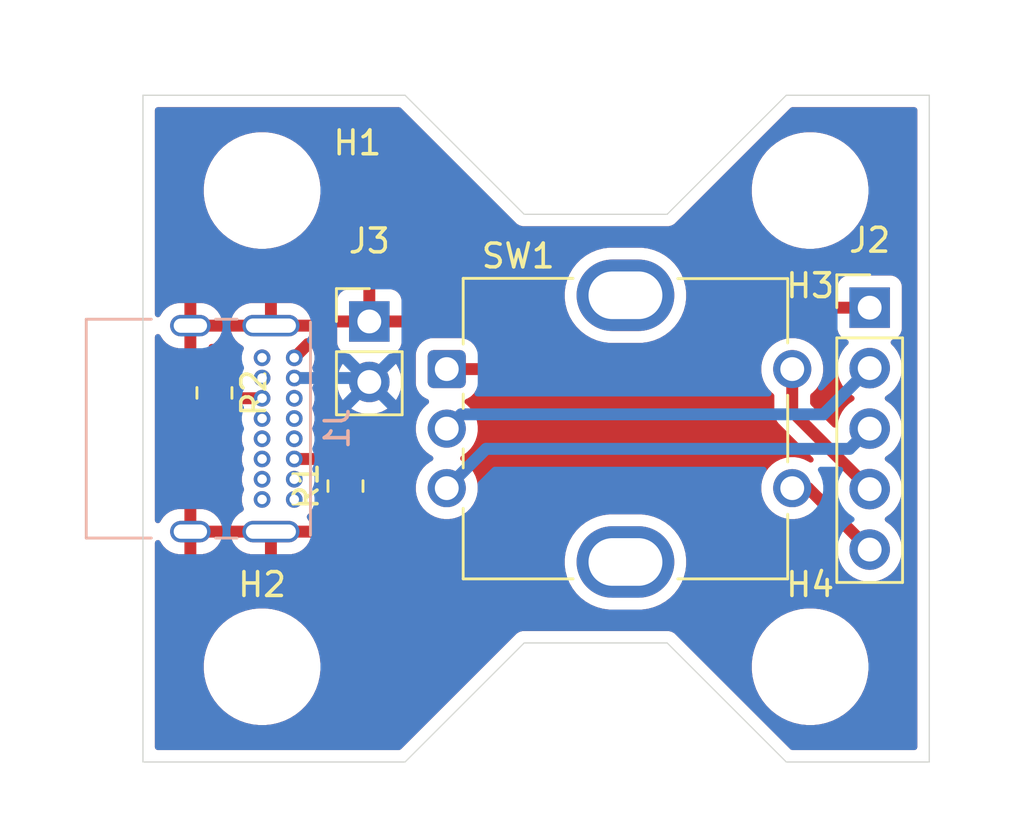
<source format=kicad_pcb>
(kicad_pcb (version 20241229) (generator "pcbnew") (generator_version "9.0")
  (layers (0 "F.Cu" signal) (2 "B.Cu" signal) (13 "F.Paste" user) (15 "B.Paste" user) (5 "F.SilkS" user "F.Silkscreen") (7 "B.SilkS" user "B.Silkscreen") (1 "F.Mask" user) (3 "B.Mask" user) (25 "Edge.Cuts" user))
  (net 0 "")
  (net 1 "GND")
  (net 2 "Net-(J3-Pin_2)")
  (net 3 "Net-(J1-CC2)")
  (net 4 "Net-(J1-CC1)")
  (net 5 "Net-(J2-Pin_1)")
  (net 6 "Net-(J2-Pin_4)")
  (net 7 "Net-(J2-Pin_3)")
  (net 8 "Net-(J2-Pin_2)")
  (net 9 "Net-(J2-Pin_5)")
  (footprint "Rotary_Encoder:RotaryEncoder_Bourns_Vertical_PEC12R-3x17F-Sxxxx" (layer "F.Cu") (at 110.75 108.5)
    (property "Reference" "SW1" (at 3 -4.75 180) (layer "F.SilkS"))
    (property "Value" "RotaryEncoder_Switch")
    (fp_line (start 0.69 -3.81) (end 5.3 -3.81) (stroke (width 0.12)) (layer "F.SilkS"))
    (fp_line (start 0.69 -1.05) (end 0.69 -3.81) (stroke (width 0.12)) (layer "F.SilkS"))
    (fp_line (start 0.69 1.05) (end 0.69 1.65) (stroke (width 0.12)) (layer "F.SilkS"))
    (fp_line (start 0.69 3.35) (end 0.69 4.15) (stroke (width 0.12)) (layer "F.SilkS"))
    (fp_line (start 0.69 5.85) (end 0.69 8.81) (stroke (width 0.12)) (layer "F.SilkS"))
    (fp_line (start 5.3 8.81) (end 0.69 8.81) (stroke (width 0.12)) (layer "F.SilkS"))
    (fp_line (start 9.7 -3.8) (end 14.31 -3.8) (stroke (width 0.12)) (layer "F.SilkS"))
    (fp_line (start 14.31 -3.8) (end 14.31 -1.1) (stroke (width 0.12)) (layer "F.SilkS"))
    (fp_line (start 14.31 1.1) (end 14.31 3.9) (stroke (width 0.12)) (layer "F.SilkS"))
    (fp_line (start 14.31 6.1) (end 14.31 8.81) (stroke (width 0.12)) (layer "F.SilkS"))
    (fp_line (start 14.31 8.81) (end 9.7 8.81) (stroke (width 0.12)) (layer "F.SilkS"))
    (pad "A" thru_hole roundrect (at 0 0) (size 1.6 1.6) (drill 1) (layers "*.Cu" "*.Mask") (roundrect_rratio 0.15625) (net 5 "Net-(J2-Pin_1)"))
    (pad "B" thru_hole circle (at 0 5) (size 1.6 1.6) (drill 1) (layers "*.Cu" "*.Mask") (net 7 "Net-(J2-Pin_3)"))
    (pad "C" thru_hole circle (at 0 2.5) (size 1.6 1.6) (drill 1) (layers "*.Cu" "*.Mask") (net 8 "Net-(J2-Pin_2)"))
    (pad "S1" thru_hole circle (at 14.5 0) (size 1.6 1.6) (drill 1) (layers "*.Cu" "*.Mask") (net 6 "Net-(J2-Pin_4)"))
    (pad "S2" thru_hole circle (at 14.5 5) (size 1.6 1.6) (drill 1) (layers "*.Cu" "*.Mask") (net 9 "Net-(J2-Pin_5)"))
    (pad "SH" thru_hole oval (at 7.5 -3.1) (size 4.1 3) (drill oval 3.1 2) (layers "*.Cu" "*.Mask"))
    (pad "SH" thru_hole oval (at 7.5 8.1) (size 4.1 3) (drill oval 3.1 2) (layers "*.Cu" "*.Mask"))
  )
  (footprint "MountingHole:MountingHole_2.5mm" (layer "F.Cu") (at 126 121)
    (property "Reference" "H4" (at 0 -3.45 0) (layer "F.SilkS"))
    (property "Value" "MountingHole")
    (pad "" np_thru_hole circle (at 0 0) (size 2.5 2.5) (drill 2.5) (layers "*.Cu" "*.Mask"))
  )
  (footprint "MountingHole:MountingHole_2.5mm" (layer "F.Cu") (at 103 121)
    (property "Reference" "H2" (at 0 -3.45 0) (layer "F.SilkS"))
    (property "Value" "MountingHole")
    (pad "" np_thru_hole circle (at 0 0) (size 2.5 2.5) (drill 2.5) (layers "*.Cu" "*.Mask"))
  )
  (footprint "Resistor_SMD:R_0805_2012Metric" (layer "F.Cu") (at 106.5 113.4125 90)
    (property "Reference" "R1" (at 0 -1.65 90) (layer "F.SilkS"))
    (property "Value" "5k1")
    (fp_line (start -0.227064 -0.735) (end 0.227064 -0.735) (stroke (width 0.12)) (layer "F.SilkS"))
    (fp_line (start -0.227064 0.735) (end 0.227064 0.735) (stroke (width 0.12)) (layer "F.SilkS"))
    (pad "1" smd roundrect (at -0.9125 0 90) (size 1.025 1.4) (layers "F.Cu" "F.Mask" "F.Paste") (roundrect_rratio 0.243902) (net 1 "GND"))
    (pad "2" smd roundrect (at 0.9125 0 90) (size 1.025 1.4) (layers "F.Cu" "F.Mask" "F.Paste") (roundrect_rratio 0.243902) (net 4 "Net-(J1-CC1)"))
  )
  (footprint "Resistor_SMD:R_0805_2012Metric" (layer "F.Cu") (at 101 109.5 -90)
    (property "Reference" "R2" (at 0 -1.65 90) (layer "F.SilkS"))
    (property "Value" "5k1")
    (fp_line (start -0.227064 0.735) (end 0.227064 0.735) (stroke (width 0.12)) (layer "F.SilkS"))
    (fp_line (start -0.227064 -0.735) (end 0.227064 -0.735) (stroke (width 0.12)) (layer "F.SilkS"))
    (pad "1" smd roundrect (at -0.9125 0 270) (size 1.025 1.4) (layers "F.Cu" "F.Mask" "F.Paste") (roundrect_rratio 0.243902) (net 1 "GND"))
    (pad "2" smd roundrect (at 0.9125 0 270) (size 1.025 1.4) (layers "F.Cu" "F.Mask" "F.Paste") (roundrect_rratio 0.243902) (net 3 "Net-(J1-CC2)"))
  )
  (footprint "Connector_PinHeader_2.54mm:PinHeader_1x05_P2.54mm_Vertical" (layer "F.Cu") (at 128.5 105.92)
    (property "Reference" "J2" (at 0 -2.83 0) (layer "F.SilkS"))
    (property "Value" "Conn_01x05_Pin")
    (fp_line (start -1.38 -1.38) (end 0 -1.38) (stroke (width 0.12)) (layer "F.SilkS"))
    (fp_line (start -1.38 0) (end -1.38 -1.38) (stroke (width 0.12)) (layer "F.SilkS"))
    (fp_line (start -1.38 1.27) (end -1.38 11.54) (stroke (width 0.12)) (layer "F.SilkS"))
    (fp_line (start -1.38 1.27) (end 1.38 1.27) (stroke (width 0.12)) (layer "F.SilkS"))
    (fp_line (start -1.38 11.54) (end 1.38 11.54) (stroke (width 0.12)) (layer "F.SilkS"))
    (fp_line (start 1.38 1.27) (end 1.38 11.54) (stroke (width 0.12)) (layer "F.SilkS"))
    (pad "1" thru_hole rect (at 0 0) (size 1.7 1.7) (drill 1) (layers "*.Cu" "*.Mask") (net 5 "Net-(J2-Pin_1)"))
    (pad "2" thru_hole circle (at 0 2.54) (size 1.7 1.7) (drill 1) (layers "*.Cu" "*.Mask") (net 8 "Net-(J2-Pin_2)"))
    (pad "3" thru_hole circle (at 0 5.08) (size 1.7 1.7) (drill 1) (layers "*.Cu" "*.Mask") (net 7 "Net-(J2-Pin_3)"))
    (pad "4" thru_hole circle (at 0 7.62) (size 1.7 1.7) (drill 1) (layers "*.Cu" "*.Mask") (net 6 "Net-(J2-Pin_4)"))
    (pad "5" thru_hole circle (at 0 10.16) (size 1.7 1.7) (drill 1) (layers "*.Cu" "*.Mask") (net 9 "Net-(J2-Pin_5)"))
  )
  (footprint "MountingHole:MountingHole_2.5mm" (layer "F.Cu") (at 126 101)
    (property "Reference" "H3" (at 0 4 0) (layer "F.SilkS"))
    (property "Value" "MountingHole")
    (pad "" np_thru_hole circle (at 0 0) (size 2.5 2.5) (drill 2.5) (layers "*.Cu" "*.Mask") (clearance 1.2))
  )
  (footprint "Connector_PinHeader_2.54mm:PinHeader_1x02_P2.54mm_Vertical" (layer "F.Cu") (at 107.5 106.5)
    (property "Reference" "J3" (at 0 -3.38 0) (layer "F.SilkS"))
    (property "Value" "Conn_01x02_Pin")
    (fp_line (start -1.38 -1.38) (end 0 -1.38) (stroke (width 0.12)) (layer "F.SilkS"))
    (fp_line (start -1.38 0) (end -1.38 -1.38) (stroke (width 0.12)) (layer "F.SilkS"))
    (fp_line (start -1.38 1.27) (end -1.38 3.92) (stroke (width 0.12)) (layer "F.SilkS"))
    (fp_line (start -1.38 1.27) (end 1.38 1.27) (stroke (width 0.12)) (layer "F.SilkS"))
    (fp_line (start -1.38 3.92) (end 1.38 3.92) (stroke (width 0.12)) (layer "F.SilkS"))
    (fp_line (start 1.38 1.27) (end 1.38 3.92) (stroke (width 0.12)) (layer "F.SilkS"))
    (pad "1" thru_hole rect (at 0 0) (size 1.7 1.7) (drill 1) (layers "*.Cu" "*.Mask") (net 1 "GND"))
    (pad "2" thru_hole circle (at 0 2.54) (size 1.7 1.7) (drill 1) (layers "*.Cu" "*.Mask") (net 2 "Net-(J3-Pin_2)"))
  )
  (footprint "MountingHole:MountingHole_2.5mm" (layer "F.Cu") (at 103 101)
    (property "Reference" "H1" (at 4 -2 0) (layer "F.SilkS"))
    (property "Value" "MountingHole")
    (pad "" np_thru_hole circle (at 0 0) (size 2.5 2.5) (drill 2.5) (layers "*.Cu" "*.Mask") (clearance 1.2))
  )
  (footprint "Connector_USB:USB_C_Receptacle_GCT_USB4085" (layer "B.Cu") (at 104.35 113.975 90)
    (property "Reference" "J1" (at 2.975 1.8 90) (layer "B.SilkS") (effects (justify mirror)))
    (property "Value" "USB_C_Receptacle_PowerOnly_6P")
    (fp_line (start -1.62 -8.73) (end 7.57 -8.73) (stroke (width 0.12)) (layer "B.SilkS"))
    (fp_line (start 7.57 -6) (end 7.57 -8.73) (stroke (width 0.12)) (layer "B.SilkS"))
    (fp_line (start -1.62 -6) (end -1.62 -8.73) (stroke (width 0.12)) (layer "B.SilkS"))
    (fp_line (start 7.57 -2.4) (end 7.57 -3.3) (stroke (width 0.12)) (layer "B.SilkS"))
    (fp_line (start -1.62 -2.4) (end -1.62 -3.3) (stroke (width 0.12)) (layer "B.SilkS"))
    (fp_line (start -1.5 0.68) (end 7.45 0.68) (stroke (width 0.12)) (layer "B.SilkS"))
    (pad "A1" thru_hole circle (at 0 0 90) (size 0.7 0.7) (drill 0.4) (layers "*.Cu" "*.Mask"))
    (pad "A4" thru_hole circle (at 0.85 0 90) (size 0.7 0.7) (drill 0.4) (layers "*.Cu" "*.Mask"))
    (pad "A5" thru_hole circle (at 1.7 0 90) (size 0.7 0.7) (drill 0.4) (layers "*.Cu" "*.Mask") (net 4 "Net-(J1-CC1)"))
    (pad "A6" thru_hole circle (at 2.55 0 90) (size 0.7 0.7) (drill 0.4) (layers "*.Cu" "*.Mask"))
    (pad "A7" thru_hole circle (at 3.4 0 90) (size 0.7 0.7) (drill 0.4) (layers "*.Cu" "*.Mask"))
    (pad "A8" thru_hole circle (at 4.25 0 90) (size 0.7 0.7) (drill 0.4) (layers "*.Cu" "*.Mask"))
    (pad "A9" thru_hole circle (at 5.1 0 90) (size 0.7 0.7) (drill 0.4) (layers "*.Cu" "*.Mask") (net 2 "Net-(J3-Pin_2)"))
    (pad "A12" thru_hole circle (at 5.95 0 90) (size 0.7 0.7) (drill 0.4) (layers "*.Cu" "*.Mask") (net 1 "GND"))
    (pad "B1" thru_hole circle (at 5.95 -1.35 90) (size 0.7 0.7) (drill 0.4) (layers "*.Cu" "*.Mask"))
    (pad "B4" thru_hole circle (at 5.1 -1.35 90) (size 0.7 0.7) (drill 0.4) (layers "*.Cu" "*.Mask"))
    (pad "B5" thru_hole circle (at 4.25 -1.35 90) (size 0.7 0.7) (drill 0.4) (layers "*.Cu" "*.Mask") (net 3 "Net-(J1-CC2)"))
    (pad "B6" thru_hole circle (at 3.4 -1.35 90) (size 0.7 0.7) (drill 0.4) (layers "*.Cu" "*.Mask"))
    (pad "B7" thru_hole circle (at 2.55 -1.35 90) (size 0.7 0.7) (drill 0.4) (layers "*.Cu" "*.Mask"))
    (pad "B8" thru_hole circle (at 1.7 -1.35 90) (size 0.7 0.7) (drill 0.4) (layers "*.Cu" "*.Mask"))
    (pad "B9" thru_hole circle (at 0.85 -1.35 90) (size 0.7 0.7) (drill 0.4) (layers "*.Cu" "*.Mask") (net 2 "Net-(J3-Pin_2)"))
    (pad "B12" thru_hole circle (at 0 -1.35 90) (size 0.7 0.7) (drill 0.4) (layers "*.Cu" "*.Mask") (net 1 "GND"))
    (pad "S1" thru_hole oval (at -1.35 -4.36 90) (size 0.9 1.7) (drill oval 0.6 1.4) (layers "*.Cu" "*.Mask") (net 1 "GND"))
    (pad "S1" thru_hole oval (at -1.35 -0.98 90) (size 0.9 2.4) (drill oval 0.6 2.1) (layers "*.Cu" "*.Mask") (net 1 "GND"))
    (pad "S1" thru_hole oval (at 7.3 -4.36 90) (size 0.9 1.7) (drill oval 0.6 1.4) (layers "*.Cu" "*.Mask") (net 1 "GND"))
    (pad "S1" thru_hole oval (at 7.3 -0.98 90) (size 0.9 2.4) (drill oval 0.6 2.1) (layers "*.Cu" "*.Mask") (net 1 "GND"))
  )
  (gr_line (start 114 102) (end 109 97) (stroke (width 0.05)) (layer "Edge.Cuts"))
  (gr_line (start 125 97) (end 120 102) (stroke (width 0.05)) (layer "Edge.Cuts"))
  (gr_line (start 131 125) (end 125 125) (stroke (width 0.05)) (layer "Edge.Cuts"))
  (gr_line (start 131 125) (end 131 97) (stroke (width 0.05)) (layer "Edge.Cuts"))
  (gr_line (start 98 125) (end 109 125) (stroke (width 0.05)) (layer "Edge.Cuts"))
  (gr_line (start 131 97) (end 125 97) (stroke (width 0.05)) (layer "Edge.Cuts"))
  (gr_line (start 120 120) (end 114 120) (stroke (width 0.05)) (layer "Edge.Cuts"))
  (gr_line (start 125 125) (end 120 120) (stroke (width 0.05)) (layer "Edge.Cuts"))
  (gr_line (start 109 125) (end 114 120) (stroke (width 0.05)) (layer "Edge.Cuts"))
  (gr_line (start 120 102) (end 114 102) (stroke (width 0.05)) (layer "Edge.Cuts"))
  (gr_line (start 98 97) (end 98 125) (stroke (width 0.05)) (layer "Edge.Cuts"))
  (gr_line (start 109 97) (end 98 97) (stroke (width 0.05)) (layer "Edge.Cuts"))
  (segment (start 107.335 108.875) (end 107.5 109.04) (width 0.5) (layer "B.Cu") (net 2))
  (segment (start 104.35 108.875) (end 107.335 108.875) (width 0.5) (layer "B.Cu") (net 2))
  (segment (start 101.6875 109.725) (end 103 109.725) (width 0.5) (layer "F.Cu") (net 3))
  (segment (start 101 110.4125) (end 101.6875 109.725) (width 0.5) (layer "F.Cu") (net 3))
  (segment (start 106.275 112.275) (end 104.35 112.275) (width 0.5) (layer "F.Cu") (net 4))
  (segment (start 106.5 112.5) (end 106.275 112.275) (width 0.5) (layer "F.Cu") (net 4))
  (segment (start 124.08 105.92) (end 121.5 108.5) (width 0.5) (layer "F.Cu") (net 5))
  (segment (start 121.5 108.5) (end 110.75 108.5) (width 0.5) (layer "F.Cu") (net 5))
  (segment (start 128.5 105.92) (end 124.08 105.92) (width 0.5) (layer "F.Cu") (net 5))
  (segment (start 125.25 108.5) (end 125.25 110.29) (width 0.5) (layer "F.Cu") (net 6))
  (segment (start 125.25 110.29) (end 128.5 113.54) (width 0.5) (layer "F.Cu") (net 6))
  (segment (start 127.65 111.85) (end 112.4 111.85) (width 0.5) (layer "B.Cu") (net 7))
  (segment (start 112.4 111.85) (end 110.75 113.5) (width 0.5) (layer "B.Cu") (net 7))
  (segment (start 128.5 111) (end 127.65 111.85) (width 0.5) (layer "B.Cu") (net 7))
  (segment (start 111.35 110.4) (end 126.56 110.4) (width 0.5) (layer "B.Cu") (net 8))
  (segment (start 110.75 111) (end 111.35 110.4) (width 0.5) (layer "B.Cu") (net 8))
  (segment (start 126.56 110.4) (end 128.5 108.46) (width 0.5) (layer "B.Cu") (net 8))
  (segment (start 125.25 113.5) (end 125.92 113.5) (width 0.5) (layer "F.Cu") (net 9))
  (segment (start 125.92 113.5) (end 128.5 116.08) (width 0.5) (layer "F.Cu") (net 9))
  (zone (net 1) (net_name "GND") (layer "F.Cu") (connect_pads (clearance 0.5)) (min_thickness 0.25) (fill yes (thermal_gap 0.5) (thermal_bridge_width 0.5))
    (polygon (pts (xy 93 94) (xy 133 94) (xy 133 128) (xy 92 128)))
  )
  (zone (net 2) (net_name "Net-(J3-Pin_2)") (layer "B.Cu") (priority 1) (connect_pads (clearance 0.5)) (min_thickness 0.25) (fill yes (thermal_gap 0.5) (thermal_bridge_width 0.5))
    (polygon (pts (xy 92 128) (xy 135 128) (xy 134 93) (xy 92 93)))
  )
)
</source>
